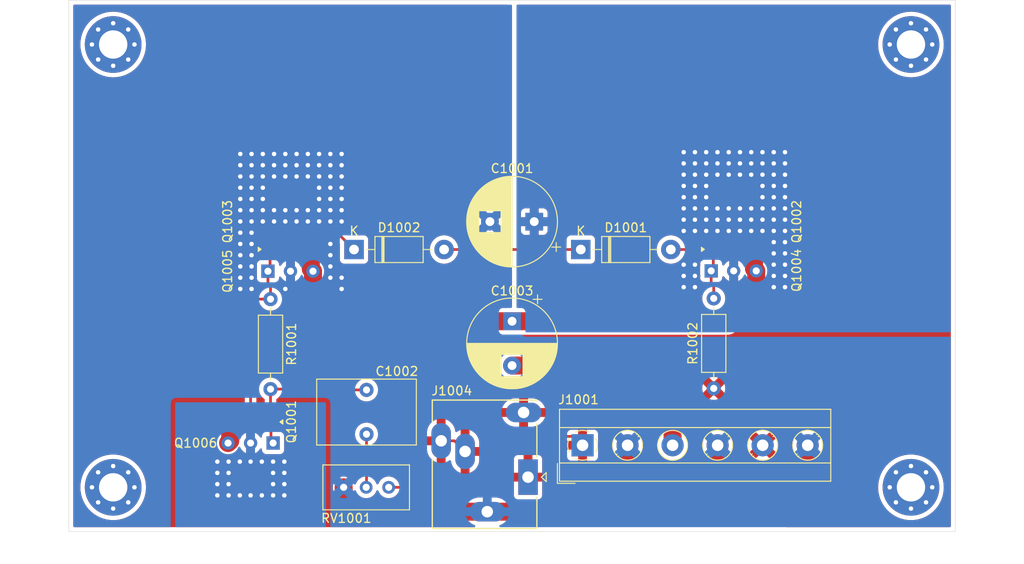
<source format=kicad_pcb>
(kicad_pcb (version 20240108) (generator "pcbnew") (generator_version "8.0")
  (title_block (title "FSD-Amp") (date "2024-05-24") (rev "1.0.0"))
  (layers (0 "F.Cu" mixed) (31 "B.Cu" mixed) (34 "B.Paste" user) (35 "F.Paste" user) (36 "B.SilkS" user "B.Silkscreen") (37 "F.SilkS" user "F.Silkscreen") (38 "B.Mask" user) (39 "F.Mask" user) (44 "Edge.Cuts" user))
  (net 0 "")
  (net 1 "+9V")
  (net 2 "GND")
  (net 3 "Net-(Q1001-B)")
  (net 4 "Net-(C1002-Pad1)")
  (net 5 "Net-(Q1002-E)")
  (net 6 "/amp_out")
  (net 7 "Net-(D1001-K)")
  (net 8 "Net-(D1001-A)")
  (net 9 "Net-(D1002-K)")
  (net 10 "/amp_in")
  (footprint "fp:CP_Radial_D10.0mm_P5.00mm" (layer "F.Cu") (at 150 86.25 -90)
    (property "Reference" "C1003" (at -3.432323 0 180) (layer "F.SilkS"))
    (property "Value" "470u")
    (pad "1" thru_hole rect (at 0 0 270) (size 2 2) (drill 1) (layers "*.Cu" "*.Mask") (net 5 "Net-(Q1002-E)"))
    (pad "2" thru_hole circle (at 5 0 270) (size 2 2) (drill 1) (layers "*.Cu" "*.Mask") (net 6 "/amp_out"))
  )
  (footprint "fp:Potentiometer_Bourns_3296W_Vertical" (layer "F.Cu") (at 136.08 105)
    (property "Reference" "RV1001" (at -4.78 3.5 180) (layer "F.SilkS"))
    (property "Value" "20k")
    (pad "1" thru_hole circle (at 0 0) (size 1.44 1.44) (drill 0.8) (layers "*.Cu" "*.Mask") (net 10 "/amp_in"))
    (pad "2" thru_hole circle (at -2.54 0) (size 1.44 1.44) (drill 0.8) (layers "*.Cu" "*.Mask") (net 4 "Net-(C1002-Pad1)"))
    (pad "3" thru_hole circle (at -5.08 0) (size 1.44 1.44) (drill 0.8) (layers "*.Cu" "*.Mask") (net 2 "GND"))
  )
  (footprint "fp:C_Rect_L7.2mm_W11.0mm_P5.00mm_FKS2_FKP2_MKS2_MKP2" (layer "F.Cu") (at 133.58 99 90)
    (property "Reference" "C1002" (at 7.1 3.42 0) (layer "F.SilkS"))
    (property "Value" "10u")
    (pad "1" thru_hole circle (at 0 0 90) (size 1.6 1.6) (drill 0.8) (layers "*.Cu" "*.Mask") (net 4 "Net-(C1002-Pad1)"))
    (pad "2" thru_hole circle (at 5 0 90) (size 1.6 1.6) (drill 0.8) (layers "*.Cu" "*.Mask") (net 3 "Net-(Q1001-B)"))
  )
  (footprint "fp:CP_Radial_D10.0mm_P5.00mm" (layer "F.Cu") (at 152.5 75 180)
    (property "Reference" "C1001" (at 2.5 6 180) (layer "F.SilkS"))
    (property "Value" "470u")
    (pad "1" thru_hole rect (at 0 0 180) (size 2 2) (drill 1) (layers "*.Cu" "*.Mask") (net 1 "+9V"))
    (pad "2" thru_hole circle (at 5 0 180) (size 2 2) (drill 1) (layers "*.Cu" "*.Mask") (net 2 "GND"))
  )
  (footprint "fp:MountingHole_3.2mm_M3_Pad_Via" (layer "F.Cu") (at 105 55)
    (property "Reference" "REF**" (hide yes))
    (property "Value" "MountingHole_3.2mm_M3_Pad_Via")
    (pad "1" thru_hole circle (at -2.4 0) (size 1.2 1.2) (drill 0.5) (layers "*.Cu" "*.Mask"))
    (pad "1" thru_hole circle (at -1.697056 -1.697056) (size 1.2 1.2) (drill 0.5) (layers "*.Cu" "*.Mask"))
    (pad "1" thru_hole circle (at -1.697056 1.697056) (size 1.2 1.2) (drill 0.5) (layers "*.Cu" "*.Mask"))
    (pad "1" thru_hole circle (at 0 -2.4) (size 1.2 1.2) (drill 0.5) (layers "*.Cu" "*.Mask"))
    (pad "1" thru_hole circle (at 0 0) (size 6.4 6.4) (drill 3.2) (layers "*.Cu" "*.Mask"))
    (pad "1" thru_hole circle (at 0 2.4) (size 1.2 1.2) (drill 0.5) (layers "*.Cu" "*.Mask"))
    (pad "1" thru_hole circle (at 1.697056 -1.697056) (size 1.2 1.2) (drill 0.5) (layers "*.Cu" "*.Mask"))
    (pad "1" thru_hole circle (at 1.697056 1.697056) (size 1.2 1.2) (drill 0.5) (layers "*.Cu" "*.Mask"))
    (pad "1" thru_hole circle (at 2.4 0) (size 1.2 1.2) (drill 0.5) (layers "*.Cu" "*.Mask"))
  )
  (footprint "fp:R_Axial_DIN0207_L6.3mm_D2.5mm_P10.16mm_Horizontal" (layer "F.Cu") (at 172.75 93.83 90)
    (property "Reference" "R1002" (at 5.08 -2.37 -90) (layer "F.SilkS"))
    (property "Value" "150")
    (pad "1" thru_hole circle (at 0 0 90) (size 1.6 1.6) (drill 0.8) (layers "*.Cu" "*.Mask") (net 1 "+9V"))
    (pad "2" thru_hole oval (at 10.16 0 90) (size 1.6 1.6) (drill 0.8) (layers "*.Cu" "*.Mask") (net 8 "Net-(D1001-A)"))
  )
  (footprint "fp:MountingHole_3.2mm_M3_Pad_Via" (layer "F.Cu") (at 195 55)
    (property "Reference" "REF**" (hide yes))
    (property "Value" "MountingHole_3.2mm_M3_Pad_Via")
    (pad "1" thru_hole circle (at -2.4 0) (size 1.2 1.2) (drill 0.5) (layers "*.Cu" "*.Mask"))
    (pad "1" thru_hole circle (at -1.697056 -1.697056) (size 1.2 1.2) (drill 0.5) (layers "*.Cu" "*.Mask"))
    (pad "1" thru_hole circle (at -1.697056 1.697056) (size 1.2 1.2) (drill 0.5) (layers "*.Cu" "*.Mask"))
    (pad "1" thru_hole circle (at 0 -2.4) (size 1.2 1.2) (drill 0.5) (layers "*.Cu" "*.Mask"))
    (pad "1" thru_hole circle (at 0 0) (size 6.4 6.4) (drill 3.2) (layers "*.Cu" "*.Mask"))
    (pad "1" thru_hole circle (at 0 2.4) (size 1.2 1.2) (drill 0.5) (layers "*.Cu" "*.Mask"))
    (pad "1" thru_hole circle (at 1.697056 -1.697056) (size 1.2 1.2) (drill 0.5) (layers "*.Cu" "*.Mask"))
    (pad "1" thru_hole circle (at 1.697056 1.697056) (size 1.2 1.2) (drill 0.5) (layers "*.Cu" "*.Mask"))
    (pad "1" thru_hole circle (at 2.4 0) (size 1.2 1.2) (drill 0.5) (layers "*.Cu" "*.Mask"))
  )
  (footprint "fp:R_Axial_DIN0207_L6.3mm_D2.5mm_P10.16mm_Horizontal" (layer "F.Cu") (at 122.75 83.75 -90)
    (property "Reference" "R1001" (at 5.08 -2.37 90) (layer "F.SilkS"))
    (property "Value" "47k")
    (pad "1" thru_hole circle (at 0 0 270) (size 1.6 1.6) (drill 0.8) (layers "*.Cu" "*.Mask") (net 9 "Net-(D1002-K)"))
    (pad "2" thru_hole oval (at 10.16 0 270) (size 1.6 1.6) (drill 0.8) (layers "*.Cu" "*.Mask") (net 3 "Net-(Q1001-B)"))
  )
  (footprint "fp:MountingHole_3.2mm_M3_Pad_Via" (layer "F.Cu") (at 195 105)
    (property "Reference" "REF**" (hide yes))
    (property "Value" "MountingHole_3.2mm_M3_Pad_Via")
    (pad "1" thru_hole circle (at -2.4 0) (size 1.2 1.2) (drill 0.5) (layers "*.Cu" "*.Mask"))
    (pad "1" thru_hole circle (at -1.697056 -1.697056) (size 1.2 1.2) (drill 0.5) (layers "*.Cu" "*.Mask"))
    (pad "1" thru_hole circle (at -1.697056 1.697056) (size 1.2 1.2) (drill 0.5) (layers "*.Cu" "*.Mask"))
    (pad "1" thru_hole circle (at 0 -2.4) (size 1.2 1.2) (drill 0.5) (layers "*.Cu" "*.Mask"))
    (pad "1" thru_hole circle (at 0 0) (size 6.4 6.4) (drill 3.2) (layers "*.Cu" "*.Mask"))
    (pad "1" thru_hole circle (at 0 2.4) (size 1.2 1.2) (drill 0.5) (layers "*.Cu" "*.Mask"))
    (pad "1" thru_hole circle (at 1.697056 -1.697056) (size 1.2 1.2) (drill 0.5) (layers "*.Cu" "*.Mask"))
    (pad "1" thru_hole circle (at 1.697056 1.697056) (size 1.2 1.2) (drill 0.5) (layers "*.Cu" "*.Mask"))
    (pad "1" thru_hole circle (at 2.4 0) (size 1.2 1.2) (drill 0.5) (layers "*.Cu" "*.Mask"))
  )
  (footprint "fp:Jack_3.5mm_Ledino_KB3SPRS_Horizontal" (layer "F.Cu") (at 151.8 103.85 90)
    (property "Reference" "J1004" (at 9.75 -8.6 0) (layer "F.SilkS"))
    (property "Value" "AudioJack2_Ground_Switch")
    (pad "G" thru_hole oval (at -3.9 -4.6 90) (size 2.2 4) (drill 1.3) (layers "*.Cu" "*.Mask") (net 2 "GND"))
    (pad "S" thru_hole oval (at 4.1 -9.8 90) (size 4 2.2) (drill 1.3) (layers "*.Cu" "*.Mask") (net 10 "/amp_in"))
    (pad "SN" thru_hole oval (at 2.9 -7.1 90) (size 4 2.2) (drill 1.3) (layers "*.Cu" "*.Mask") (net 10 "/amp_in"))
    (pad "T" thru_hole rect (at 0 0 90) (size 4 2.2) (drill 1.3) (layers "*.Cu" "*.Mask") (net 10 "/amp_in"))
    (pad "TN" thru_hole oval (at 7.3 -0.5 180) (size 4 2.2) (drill 1.3) (layers "*.Cu" "*.Mask") (net 10 "/amp_in"))
  )
  (footprint "fp:TO-92_Inline_Wide_NOcourtyard" (layer "F.Cu") (at 123.04 100 180)
    (property "Reference" "Q1006" (at 8.74 0 0) (layer "F.SilkS"))
    (property "Value" "Q_NPN_BCE")
    (pad "1" thru_hole rect (at 0 0 180) (size 1.5 1.5) (drill 0.8) (layers "*.Cu" "*.Mask") (net 3 "Net-(Q1001-B)"))
    (pad "2" thru_hole circle (at 2.54 0 180) (size 1.5 1.5) (drill 0.8) (layers "*.Cu" "*.Mask") (net 9 "Net-(D1002-K)"))
    (pad "3" thru_hole circle (at 5.08 0 180) (size 1.5 1.5) (drill 0.8) (layers "*.Cu" "*.Mask") (net 2 "GND"))
  )
  (footprint "fp:MountingHole_3.2mm_M3_Pad_Via" (layer "F.Cu") (at 105 105)
    (property "Reference" "REF**" (hide yes))
    (property "Value" "MountingHole_3.2mm_M3_Pad_Via")
    (pad "1" thru_hole circle (at -2.4 0) (size 1.2 1.2) (drill 0.5) (layers "*.Cu" "*.Mask"))
    (pad "1" thru_hole circle (at -1.697056 -1.697056) (size 1.2 1.2) (drill 0.5) (layers "*.Cu" "*.Mask"))
    (pad "1" thru_hole circle (at -1.697056 1.697056) (size 1.2 1.2) (drill 0.5) (layers "*.Cu" "*.Mask"))
    (pad "1" thru_hole circle (at 0 -2.4) (size 1.2 1.2) (drill 0.5) (layers "*.Cu" "*.Mask"))
    (pad "1" thru_hole circle (at 0 0) (size 6.4 6.4) (drill 3.2) (layers "*.Cu" "*.Mask"))
    (pad "1" thru_hole circle (at 0 2.4) (size 1.2 1.2) (drill 0.5) (layers "*.Cu" "*.Mask"))
    (pad "1" thru_hole circle (at 1.697056 -1.697056) (size 1.2 1.2) (drill 0.5) (layers "*.Cu" "*.Mask"))
    (pad "1" thru_hole circle (at 1.697056 1.697056) (size 1.2 1.2) (drill 0.5) (layers "*.Cu" "*.Mask"))
    (pad "1" thru_hole circle (at 2.4 0) (size 1.2 1.2) (drill 0.5) (layers "*.Cu" "*.Mask"))
  )
  (footprint "fp:SOT-223-3_TabPin2" (layer "F.Cu") (at 120.5 100.75 -90)
    (property "Reference" "Q1001" (at -3.15 -4.6 -90) (layer "F.SilkS"))
    (property "Value" "FZT 653 ZET")
    (pad "1" smd roundrect (at -3.15 -2.3 270) (size 2 1.5) (layers "F.Cu" "F.Paste" "F.Mask") (net 3 "Net-(Q1001-B)"))
    (pad "2" smd roundrect (at -3.15 0 270) (size 2 1.5) (layers "F.Cu" "F.Paste" "F.Mask") (net 9 "Net-(D1002-K)"))
    (pad "2" smd roundrect (at 3.15 0 270) (size 2 3.8) (layers "F.Cu" "F.Paste" "F.Mask") (net 9 "Net-(D1002-K)"))
    (pad "3" smd roundrect (at -3.15 2.3 270) (size 2 1.5) (layers "F.Cu" "F.Paste" "F.Mask") (net 2 "GND"))
  )
  (footprint "fp:TO-92_Inline_Wide_NOcourtyard" (layer "F.Cu") (at 122.46 80.6)
    (property "Reference" "Q1005" (at -4.56 0 90) (layer "F.SilkS"))
    (property "Value" "Q_PNP_BCE")
    (pad "1" thru_hole rect (at 0 0) (size 1.5 1.5) (drill 0.8) (layers "*.Cu" "*.Mask") (net 9 "Net-(D1002-K)"))
    (pad "2" thru_hole circle (at 2.54 0) (size 1.5 1.5) (drill 0.8) (layers "*.Cu" "*.Mask") (net 2 "GND"))
    (pad "3" thru_hole circle (at 5.08 0) (size 1.5 1.5) (drill 0.8) (layers "*.Cu" "*.Mask") (net 5 "Net-(Q1002-E)"))
  )
  (footprint "fp:SOT-223-3_TabPin2" (layer "F.Cu") (at 175 75 90)
    (property "Reference" "Q1002" (at 0 7.1 -90) (layer "F.SilkS"))
    (property "Value" "FZT 653 ZET")
    (pad "1" smd roundrect (at -3.15 -2.3 90) (size 2 1.5) (layers "F.Cu" "F.Paste" "F.Mask") (net 8 "Net-(D1001-A)"))
    (pad "2" smd roundrect (at -3.15 0 90) (size 2 1.5) (layers "F.Cu" "F.Paste" "F.Mask") (net 1 "+9V"))
    (pad "2" smd roundrect (at 3.15 0 90) (size 2 3.8) (layers "F.Cu" "F.Paste" "F.Mask") (net 1 "+9V"))
    (pad "3" smd roundrect (at -3.15 2.3 90) (size 2 1.5) (layers "F.Cu" "F.Paste" "F.Mask") (net 5 "Net-(Q1002-E)"))
  )
  (footprint "fp:SOT-223-3_TabPin2" (layer "F.Cu") (at 125 75 90)
    (property "Reference" "Q1003" (at 0 -7.1 -90) (layer "F.SilkS"))
    (property "Value" "FZT 753 ZET")
    (pad "1" smd roundrect (at -3.15 -2.3 90) (size 2 1.5) (layers "F.Cu" "F.Paste" "F.Mask") (net 9 "Net-(D1002-K)"))
    (pad "2" smd roundrect (at -3.15 0 90) (size 2 1.5) (layers "F.Cu" "F.Paste" "F.Mask") (net 2 "GND"))
    (pad "2" smd roundrect (at 3.15 0 90) (size 2 3.8) (layers "F.Cu" "F.Paste" "F.Mask") (net 2 "GND"))
    (pad "3" smd roundrect (at -3.15 2.3 90) (size 2 1.5) (layers "F.Cu" "F.Paste" "F.Mask") (net 5 "Net-(Q1002-E)"))
  )
  (footprint "fp:D_DO-41_SOD81_P10.16mm_Horizontal" (layer "F.Cu") (at 132.17 78.15)
    (property "Reference" "D1002" (at 5.08 -2.47 0) (layer "F.SilkS"))
    (property "Value" "1N4001")
    (fp_text user "K" (at 0 -2.1 0) (layer "F.SilkS"))
    (pad "1" thru_hole rect (at 0 0) (size 2.2 2.2) (drill 1.1) (layers "*.Cu" "*.Mask") (net 9 "Net-(D1002-K)"))
    (pad "2" thru_hole oval (at 10.16 0) (size 2.2 2.2) (drill 1.1) (layers "*.Cu" "*.Mask") (net 7 "Net-(D1001-K)"))
  )
  (footprint "fp:TerminalBlock_MetzConnect_Type101_RT01606HBWC_1x06_P5.08mm_Horizontal" (layer "F.Cu") (at 157.95 100.25)
    (property "Reference" "J1001" (at -0.45 -5.15 180) (layer "F.SilkS"))
    (property "Value" "Screw_Terminal_01x06")
    (pad "1" thru_hole rect (at 0 0) (size 2.5 2.5) (drill 1.3) (layers "*.Cu" "*.Mask") (net 10 "/amp_in"))
    (pad "2" thru_hole circle (at 5.08 0) (size 2.5 2.5) (drill 1.3) (layers "*.Cu" "*.Mask") (net 2 "GND"))
    (pad "3" thru_hole circle (at 10.16 0) (size 2.5 2.5) (drill 1.3) (layers "*.Cu" "*.Mask") (net 6 "/amp_out"))
    (pad "4" thru_hole circle (at 15.24 0) (size 2.5 2.5) (drill 1.3) (layers "*.Cu" "*.Mask") (net 2 "GND"))
    (pad "5" thru_hole circle (at 20.32 0) (size 2.5 2.5) (drill 1.3) (layers "*.Cu" "*.Mask") (net 1 "+9V"))
    (pad "6" thru_hole circle (at 25.4 0) (size 2.5 2.5) (drill 1.3) (layers "*.Cu" "*.Mask") (net 2 "GND"))
  )
  (footprint "fp:D_DO-41_SOD81_P10.16mm_Horizontal" (layer "F.Cu") (at 157.75 78.15)
    (property "Reference" "D1001" (at 5.08 -2.47 0) (layer "F.SilkS"))
    (property "Value" "1N4001")
    (fp_text user "K" (at 0 -2.1 0) (layer "F.SilkS"))
    (pad "1" thru_hole rect (at 0 0) (size 2.2 2.2) (drill 1.1) (layers "*.Cu" "*.Mask") (net 7 "Net-(D1001-K)"))
    (pad "2" thru_hole oval (at 10.16 0) (size 2.2 2.2) (drill 1.1) (layers "*.Cu" "*.Mask") (net 8 "Net-(D1001-A)"))
  )
  (footprint "fp:TO-92_Inline_Wide_NOcourtyard" (layer "F.Cu") (at 172.46 80.56)
    (property "Reference" "Q1004" (at 9.64 -0.06 90) (layer "F.SilkS"))
    (property "Value" "Q_NPN_BCE")
    (pad "1" thru_hole rect (at 0 0) (size 1.5 1.5) (drill 0.8) (layers "*.Cu" "*.Mask") (net 8 "Net-(D1001-A)"))
    (pad "2" thru_hole circle (at 2.54 0) (size 1.5 1.5) (drill 0.8) (layers "*.Cu" "*.Mask") (net 1 "+9V"))
    (pad "3" thru_hole circle (at 5.08 0) (size 1.5 1.5) (drill 0.8) (layers "*.Cu" "*.Mask") (net 5 "Net-(Q1002-E)"))
  )
  (gr_rect (start 100 50) (end 200 110) (stroke (width 0.05)) (fill none) (layer "Edge.Cuts"))
  (via (at 170.63 76.05) (size 1.2) (drill 0.5) (layers "F.Cu" "B.Cu") (net 1))
  (via (at 178.25 69.7) (size 1.2) (drill 0.5) (layers "F.Cu" "B.Cu") (net 1))
  (via (at 170.63 82.4) (size 1.2) (drill 0.5) (layers "F.Cu" "B.Cu") (net 1))
  (via (at 180.79 79.86) (size 1.2) (drill 0.5) (layers "F.Cu" "B.Cu") (net 1))
  (via (at 171.9 70.97) (size 1.2) (drill 0.5) (layers "F.Cu" "B.Cu") (net 1))
  (via (at 170.63 81.13) (size 1.2) (drill 0.5) (layers "F.Cu" "B.Cu") (net 1))
  (via (at 180.79 81.13) (size 1.2) (drill 0.5) (layers "F.Cu" "B.Cu") (net 1))
  (via (at 180.79 82.4) (size 1.2) (drill 0.5) (layers "F.Cu" "B.Cu") (net 1))
  (via (at 173.17 76.05) (size 1.2) (drill 0.5) (layers "F.Cu" "B.Cu") (net 1))
  (via (at 171.9 69.7) (size 1.2) (drill 0.5) (layers "F.Cu" "B.Cu") (net 1))
  (via (at 170.63 67.16) (size 1.2) (drill 0.5) (layers "F.Cu" "B.Cu") (net 1))
  (via (at 180.79 72.24) (size 1.2) (drill 0.5) (layers "F.Cu" "B.Cu") (net 1))
  (via (at 174.44 69.7) (size 1.2) (drill 0.5) (layers "F.Cu" "B.Cu") (net 1))
  (via (at 178.25 74.78) (size 1.2) (drill 0.5) (layers "F.Cu" "B.Cu") (net 1))
  (via (at 180.79 70.97) (size 1.2) (drill 0.5) (layers "F.Cu" "B.Cu") (net 1))
  (via (at 173.17 69.7) (size 1.2) (drill 0.5) (layers "F.Cu" "B.Cu") (net 1))
  (via (at 169.36 74.78) (size 1.2) (drill 0.5) (layers "F.Cu" "B.Cu") (net 1))
  (via (at 171.9 68.43) (size 1.2) (drill 0.5) (layers "F.Cu" "B.Cu") (net 1))
  (via (at 169.36 68.43) (size 1.2) (drill 0.5) (layers "F.Cu" "B.Cu") (net 1))
  (via (at 176.98 67.16) (size 1.2) (drill 0.5) (layers "F.Cu" "B.Cu") (net 1))
  (via (at 169.36 73.51) (size 1.2) (drill 0.5) (layers "F.Cu" "B.Cu") (net 1))
  (via (at 175.71 67.16) (size 1.2) (drill 0.5) (layers "F.Cu" "B.Cu") (net 1))
  (via (at 175.71 68.43) (size 1.2) (drill 0.5) (layers "F.Cu" "B.Cu") (net 1))
  (via (at 174.44 68.43) (size 1.2) (drill 0.5) (layers "F.Cu" "B.Cu") (net 1))
  (via (at 171.9 74.78) (size 1.2) (drill 0.5) (layers "F.Cu" "B.Cu") (net 1))
  (via (at 170.63 68.43) (size 1.2) (drill 0.5) (layers "F.Cu" "B.Cu") (net 1))
  (via (at 169.36 72.24) (size 1.2) (drill 0.5) (layers "F.Cu" "B.Cu") (net 1))
  (via (at 174.44 74.78) (size 1.2) (drill 0.5) (layers "F.Cu" "B.Cu") (net 1))
  (via (at 171.9 72.24) (size 1.2) (drill 0.5) (layers "F.Cu" "B.Cu") (net 1))
  (via (at 173.17 74.78) (size 1.2) (drill 0.5) (layers "F.Cu" "B.Cu") (net 1))
  (via (at 175.71 69.7) (size 1.2) (drill 0.5) (layers "F.Cu" "B.Cu") (net 1))
  (via (at 170.63 79.86) (size 1.2) (drill 0.5) (layers "F.Cu" "B.Cu") (net 1))
  (via (at 179.52 82.4) (size 1.2) (drill 0.5) (layers "F.Cu" "B.Cu") (net 1))
  (via (at 180.79 76.05) (size 1.2) (drill 0.5) (layers "F.Cu" "B.Cu") (net 1))
  (via (at 179.52 73.51) (size 1.2) (drill 0.5) (layers "F.Cu" "B.Cu") (net 1))
  (via (at 169.36 76.05) (size 1.2) (drill 0.5) (layers "F.Cu" "B.Cu") (net 1))
  (via (at 173.17 67.16) (size 1.2) (drill 0.5) (layers "F.Cu" "B.Cu") (net 1))
  (via (at 170.63 74.78) (size 1.2) (drill 0.5) (layers "F.Cu" "B.Cu") (net 1))
  (via (at 179.52 76.05) (size 1.2) (drill 0.5) (layers "F.Cu" "B.Cu") (net 1))
  (via (at 174.44 67.16) (size 1.2) (drill 0.5) (layers "F.Cu" "B.Cu") (net 1))
  (via (at 178.25 72.24) (size 1.2) (drill 0.5) (layers "F.Cu" "B.Cu") (net 1))
  (via (at 175.71 76.05) (size 1.2) (drill 0.5) (layers "F.Cu" "B.Cu") (net 1))
  (via (at 180.79 68.43) (size 1.2) (drill 0.5) (layers "F.Cu" "B.Cu") (net 1))
  (via (at 179.52 77.32) (size 1.2) (drill 0.5) (layers "F.Cu" "B.Cu") (net 1))
  (via (at 180.79 67.16) (size 1.2) (drill 0.5) (layers "F.Cu" "B.Cu") (net 1))
  (via (at 179.52 68.43) (size 1.2) (drill 0.5) (layers "F.Cu" "B.Cu") (net 1))
  (via (at 180.79 77.32) (size 1.2) (drill 0.5) (layers "F.Cu" "B.Cu") (net 1))
  (via (at 174.44 73.51) (size 1.2) (drill 0.5) (layers "F.Cu" "B.Cu") (net 1))
  (via (at 173.17 73.51) (size 1.2) (drill 0.5) (layers "F.Cu" "B.Cu") (net 1))
  (via (at 171.9 73.51) (size 1.2) (drill 0.5) (layers "F.Cu" "B.Cu") (net 1))
  (via (at 180.79 78.59) (size 1.2) (drill 0.5) (layers "F.Cu" "B.Cu") (net 1))
  (via (at 173.17 68.43) (size 1.2) (drill 0.5) (layers "F.Cu" "B.Cu") (net 1))
  (via (at 169.36 82.4) (size 1.2) (drill 0.5) (layers "F.Cu" "B.Cu") (net 1))
  (via (at 169.36 69.7) (size 1.2) (drill 0.5) (layers "F.Cu" "B.Cu") (net 1))
  (via (at 170.63 69.7) (size 1.2) (drill 0.5) (layers "F.Cu" "B.Cu") (net 1))
  (via (at 174.44 76.05) (size 1.2) (drill 0.5) (layers "F.Cu" "B.Cu") (net 1))
  (via (at 179.52 69.7) (size 1.2) (drill 0.5) (layers "F.Cu" "B.Cu") (net 1))
  (via (at 171.9 76.05) (size 1.2) (drill 0.5) (layers "F.Cu" "B.Cu") (net 1))
  (via (at 180.79 69.7) (size 1.2) (drill 0.5) (layers "F.Cu" "B.Cu") (net 1))
  (via (at 178.25 67.16) (size 1.2) (drill 0.5) (layers "F.Cu" "B.Cu") (net 1))
  (via (at 179.52 67.16) (size 1.2) (drill 0.5) (layers "F.Cu" "B.Cu") (net 1))
  (via (at 179.52 70.97) (size 1.2) (drill 0.5) (layers "F.Cu" "B.Cu") (net 1))
  (via (at 171.9 67.16) (size 1.2) (drill 0.5) (layers "F.Cu" "B.Cu") (net 1))
  (via (at 175.71 74.78) (size 1.2) (drill 0.5) (layers "F.Cu" "B.Cu") (net 1))
  (via (at 176.98 74.78) (size 1.2) (drill 0.5) (layers "F.Cu" "B.Cu") (net 1))
  (via (at 178.25 68.43) (size 1.2) (drill 0.5) (layers "F.Cu" "B.Cu") (net 1))
  (via (at 170.63 73.51) (size 1.2) (drill 0.5) (layers "F.Cu" "B.Cu") (net 1))
  (via (at 169.36 70.97) (size 1.2) (drill 0.5) (layers "F.Cu" "B.Cu") (net 1))
  (via (at 179.52 79.86) (size 1.2) (drill 0.5) (layers "F.Cu" "B.Cu") (net 1))
  (via (at 176.98 68.43) (size 1.2) (drill 0.5) (layers "F.Cu" "B.Cu") (net 1))
  (via (at 176.98 69.7) (size 1.2) (drill 0.5) (layers "F.Cu" "B.Cu") (net 1))
  (via (at 176.98 73.51) (size 1.2) (drill 0.5) (layers "F.Cu" "B.Cu") (net 1))
  (via (at 175.71 73.51) (size 1.2) (drill 0.5) (layers "F.Cu" "B.Cu") (net 1))
  (via (at 169.36 79.86) (size 1.2) (drill 0.5) (layers "F.Cu" "B.Cu") (net 1))
  (via (at 179.52 81.13) (size 1.2) (drill 0.5) (layers "F.Cu" "B.Cu") (net 1))
  (via (at 179.52 78.59) (size 1.2) (drill 0.5) (layers "F.Cu" "B.Cu") (net 1))
  (via (at 178.25 73.51) (size 1.2) (drill 0.5) (layers "F.Cu" "B.Cu") (net 1))
  (via (at 178.25 70.97) (size 1.2) (drill 0.5) (layers "F.Cu" "B.Cu") (net 1))
  (via (at 176.98 76.05) (size 1.2) (drill 0.5) (layers "F.Cu" "B.Cu") (net 1))
  (via (at 170.63 72.24) (size 1.2) (drill 0.5) (layers "F.Cu" "B.Cu") (net 1))
  (via (at 180.79 74.78) (size 1.2) (drill 0.5) (layers "F.Cu" "B.Cu") (net 1))
  (via (at 179.52 72.24) (size 1.2) (drill 0.5) (layers "F.Cu" "B.Cu") (net 1))
  (via (at 178.25 76.05) (size 1.2) (drill 0.5) (layers "F.Cu" "B.Cu") (net 1))
  (via (at 180.79 73.51) (size 1.2) (drill 0.5) (layers "F.Cu" "B.Cu") (net 1))
  (via (at 169.36 67.16) (size 1.2) (drill 0.5) (layers "F.Cu" "B.Cu") (net 1))
  (via (at 169.36 81.13) (size 1.2) (drill 0.5) (layers "F.Cu" "B.Cu") (net 1))
  (via (at 179.52 74.78) (size 1.2) (drill 0.5) (layers "F.Cu" "B.Cu") (net 1))
  (via (at 170.63 70.97) (size 1.2) (drill 0.5) (layers "F.Cu" "B.Cu") (net 1))
  (segment (start 118.2 97.6) (end 118.2 99.76) (width 2.032) (layer "F.Cu") (net 2))
  (segment (start 183.35 105.15) (end 180.75 107.75) (width 2.032) (layer "F.Cu") (net 2))
  (segment (start 131 105) (end 131 106.018233) (width 2.032) (layer "F.Cu") (net 2))
  (segment (start 173.19 100.25) (end 173.19 107.69) (width 2.032) (layer "F.Cu") (net 2))
  (segment (start 163.25 107.75) (end 147.2 107.75) (width 2.032) (layer "F.Cu") (net 2))
  (segment (start 173.25 107.75) (end 163.25 107.75) (width 2.032) (layer "F.Cu") (net 2))
  (segment (start 163.03 100.25) (end 163.03 107.53) (width 2.032) (layer "F.Cu") (net 2))
  (segment (start 183.35 100.25) (end 183.35 105.15) (width 2.032) (layer "F.Cu") (net 2))
  (segment (start 180.75 107.75) (end 173.25 107.75) (width 2.032) (layer "F.Cu") (net 2))
  (segment (start 131 106.018233) (end 132.731767 107.75) (width 2.032) (layer "F.Cu") (net 2))
  (segment (start 118.2 99.76) (end 117.96 100) (width 2.032) (layer "F.Cu") (net 2))
  (segment (start 173.19 107.69) (end 173.25 107.75) (width 2.032) (layer "F.Cu") (net 2))
  (segment (start 163.03 107.53) (end 163.25 107.75) (width 2.032) (layer "F.Cu") (net 2))
  (segment (start 132.731767 107.75) (end 147.2 107.75) (width 2.032) (layer "F.Cu") (net 2))
  (via (at 124.42 68.63) (size 1.2) (drill 0.5) (layers "F.Cu" "B.Cu") (net 2))
  (via (at 121.88 73.71) (size 1.2) (drill 0.5) (layers "F.Cu" "B.Cu") (net 2))
  (via (at 126.96 73.71) (size 1.2) (drill 0.5) (layers "F.Cu" "B.Cu") (net 2))
  (via (at 124.42 82.6) (size 1.2) (drill 0.5) (layers "F.Cu" "B.Cu") (net 2))
  (via (at 129.5 68.63) (size 1.2) (drill 0.5) (layers "F.Cu" "B.Cu") (net 2))
  (via (at 120.61 74.98) (size 1.2) (drill 0.5) (layers "F.Cu" "B.Cu") (net 2))
  (via (at 129.5 78.79) (size 1.2) (drill 0.5) (layers "F.Cu" "B.Cu") (net 2))
  (via (at 128.23 73.71) (size 1.2) (drill 0.5) (layers "F.Cu" "B.Cu") (net 2))
  (via (at 119.34 80.06) (size 1.2) (drill 0.5) (layers "F.Cu" "B.Cu") (net 2))
  (via (at 119.34 71.17) (size 1.2) (drill 0.5) (layers "F.Cu" "B.Cu") (net 2))
  (via (at 125.69 69.9) (size 1.2) (drill 0.5) (layers "F.Cu" "B.Cu") (net 2))
  (via (at 130.77 73.71) (size 1.2) (drill 0.5) (layers "F.Cu" "B.Cu") (net 2))
  (via (at 124.42 67.36) (size 1.2) (drill 0.5) (layers "F.Cu" "B.Cu") (net 2))
  (via (at 119.34 74.98) (size 1.2) (drill 0.5) (layers "F.Cu" "B.Cu") (net 2))
  (via (at 126.96 74.98) (size 1.2) (drill 0.5) (layers "F.Cu" "B.Cu") (net 2))
  (via (at 130.77 71.17) (size 1.2) (drill 0.5) (layers "F.Cu" "B.Cu") (net 2))
  (via (at 119.34 82.6) (size 1.2) (drill 0.5) (layers "F.Cu" "B.Cu") (net 2))
  (via (at 119.34 76.25) (size 1.2) (drill 0.5) (layers "F.Cu" "B.Cu") (net 2))
  (via (at 129.5 80.06) (size 1.2) (drill 0.5) (layers "F.Cu" "B.Cu") (net 2))
  (via (at 119.34 77.52) (size 1.2) (drill 0.5) (layers "F.Cu" "B.Cu") (net 2))
  (via (at 128.23 69.9) (size 1.2) (drill 0.5) (layers "F.Cu" "B.Cu") (net 2))
  (via (at 130.77 67.36) (size 1.2) (drill 0.5) (layers "F.Cu" "B.Cu") (net 2))
  (via (at 121.88 74.98) (size 1.2) (drill 0.5) (layers "F.Cu" "B.Cu") (net 2))
  (via (at 119.34 67.36) (size 1.2) (drill 0.5) (layers "F.Cu" "B.Cu") (net 2))
  (via (at 119.34 73.71) (size 1.2) (drill 0.5) (layers "F.Cu" "B.Cu") (net 2))
  (via (at 123.15 73.71) (size 1.2) (drill 0.5) (layers "F.Cu" "B.Cu") (net 2))
  (via (at 128.23 74.98) (size 1.2) (drill 0.5) (layers "F.Cu" "B.Cu") (net 2))
  (via (at 125.69 73.71) (size 1.2) (drill 0.5) (layers "F.Cu" "B.Cu") (net 2))
  (via (at 130.77 72.44) (size 1.2) (drill 0.5) (layers "F.Cu" "B.Cu") (net 2))
  (via (at 129.5 72.44) (size 1.2) (drill 0.5) (layers "F.Cu" "B.Cu") (net 2))
  (via (at 126.96 68.63) (size 1.2) (drill 0.5) (layers "F.Cu" "B.Cu") (net 2))
  (via (at 120.61 76.25) (size 1.2) (drill 0.5) (layers "F.Cu" "B.Cu") (net 2))
  (via (at 120.61 82.6) (size 1.2) (drill 0.5) (layers "F.Cu" "B.Cu") (net 2))
  (via (at 130.77 69.9) (size 1.2) (drill 0.5) (layers "F.Cu" "B.Cu") (net 2))
  (via (at 126.96 67.36) (size 1.2) (drill 0.5) (layers "F.Cu" "B.Cu") (net 2))
  (via (at 124.42 69.9) (size 1.2) (drill 0.5) (layers "F.Cu" "B.Cu") (net 2))
  (via (at 123.15 74.98) (size 1.2) (drill 0.5) (layers "F.Cu" "B.Cu") (net 2))
  (via (at 121.88 68.63) (size 1.2) (drill 0.5) (layers "F.Cu" "B.Cu") (net 2))
  (via (at 129.5 67.36) (size 1.2) (drill 0.5) (layers "F.Cu" "B.Cu") (net 2))
  (via (at 129.5 74.98) (size 1.2) (drill 0.5) (layers "F.Cu" "B.Cu") (net 2))
  (via (at 120.61 67.36) (size 1.2) (drill 0.5) (layers "F.Cu" "B.Cu") (net 2))
  (via (at 120.61 77.52) (size 1.2) (drill 0.5) (layers "F.Cu" "B.Cu") (net 2))
  (via (at 120.61 69.9) (size 1.2) (drill 0.5) (layers "F.Cu" "B.Cu") (net 2))
  (via (at 128.23 71.17) (size 1.2) (drill 0.5) (layers "F.Cu" "B.Cu") (net 2))
  (via (at 119.34 78.79) (size 1.2) (drill 0.5) (layers "F.Cu" "B.Cu") (net 2))
  (via (at 119.34 72.44) (size 1.2) (drill 0.5) (layers "F.Cu" "B.Cu") (net 2))
  (via (at 128.23 68.63) (size 1.2) (drill 0.5) (layers "F.Cu" "B.Cu") (net 2))
  (via (at 130.77 68.63) (size 1.2) (drill 0.5) (layers "F.Cu" "B.Cu") (net 2))
  (via (at 120.61 80.06) (size 1.2) (drill 0.5) (layers "F.Cu" "B.Cu") (net 2))
  (via (at 128.23 72.44) (size 1.2) (drill 0.5) (layers "F.Cu" "B.Cu") (net 2))
  (via (at 119.34 69.9) (size 1.2) (drill 0.5) (layers "F.Cu" "B.Cu") (net 2))
  (via (at 121.88 69.9) (size 1.2) (drill 0.5) (layers "F.Cu" "B.Cu") (net 2))
  (via (at 121.88 67.36) (size 1.2) (drill 0.5) (layers "F.Cu" "B.Cu") (net 2))
  (via (at 123.15 69.9) (size 1.2) (drill 0.5) (layers "F.Cu" "B.Cu") (net 2))
  (via (at 121.88 71.17) (size 1.2) (drill 0.5) (layers "F.Cu" "B.Cu") (net 2))
  (via (at 129.5 77.52) (size 1.2) (drill 0.5) (layers "F.Cu" "B.Cu") (net 2))
  (via (at 123.15 67.36) (size 1.2) (drill 0.5) (layers "F.Cu" "B.Cu") (net 2))
  (via (at 120.61 78.79) (size 1.2) (drill 0.5) (layers "F.Cu" "B.Cu") (net 2))
  (via (at 129.5 71.17) (size 1.2) (drill 0.5) (layers "F.Cu" "B.Cu") (net 2))
  (via (at 120.61 81.33) (size 1.2) (drill 0.5) (layers "F.Cu" "B.Cu") (net 2))
  (via (at 130.77 74.98) (size 1.2) (drill 0.5) (layers "F.Cu" "B.Cu") (net 2))
  (via (at 125.69 68.63) (size 1.2) (drill 0.5) (layers "F.Cu" "B.Cu") (net 2))
  (via (at 123.15 68.63) (size 1.2) (drill 0.5) (layers "F.Cu" "B.Cu") (net 2))
  (via (at 129.5 69.9) (size 1.2) (drill 0.5) (layers "F.Cu" "B.Cu") (net 2))
  (via (at 124.42 73.71) (size 1.2) (drill 0.5) (layers "F.Cu" "B.Cu") (net 2))
  (via (at 125.69 74.98) (size 1.2) (drill 0.5) (layers "F.Cu" "B.Cu") (net 2))
  (via (at 119.34 68.63) (size 1.2) (drill 0.5) (layers "F.Cu" "B.Cu") (net 2))
  (via (at 130.77 81.33) (size 1.2) (drill 0.5) (layers "F.Cu" "B.Cu") (net 2))
  (via (at 120.61 68.63) (size 1.2) (drill 0.5) (layers "F.Cu" "B.Cu") (net 2))
  (via (at 129.5 73.71) (size 1.2) (drill 0.5) (layers "F.Cu" "B.Cu") (net 2))
  (via (at 119.34 81.33) (size 1.2) (drill 0.5) (layers "F.Cu" "B.Cu") (net 2))
  (via (at 120.61 73.71) (size 1.2) (drill 0.5) (layers "F.Cu" "B.Cu") (net 2))
  (via (at 124.42 74.98) (size 1.2) (drill 0.5) (layers "F.Cu" "B.Cu") (net 2))
  (via (at 125.69 67.36) (size 1.2) (drill 0.5) (layers "F.Cu" "B.Cu") (net 2))
  (via (at 128.23 67.36) (size 1.2) (drill 0.5) (layers "F.Cu" "B.Cu") (net 2))
  (via (at 120.61 72.44) (size 1.2) (drill 0.5) (layers "F.Cu" "B.Cu") (net 2))
  (via (at 129.5 81.33) (size 1.2) (drill 0.5) (layers "F.Cu" "B.Cu") (net 2))
  (via (at 120.61 71.17) (size 1.2) (drill 0.5) (layers "F.Cu" "B.Cu") (net 2))
  (via (at 126.96 69.9) (size 1.2) (drill 0.5) (layers "F.Cu" "B.Cu") (net 2))
  (via (at 121.88 72.44) (size 1.2) (drill 0.5) (layers "F.Cu" "B.Cu") (net 2))
  (via (at 130.77 82.6) (size 1.2) (drill 0.5) (layers "F.Cu" "B.Cu") (net 2))
  (segment (start 122.8 97.6) (end 122.8 99.76) (width 0.3048) (layer "F.Cu") (net 3))
  (segment (start 122.8 99.76) (end 123.04 100) (width 0.3048) (layer "F.Cu") (net 3))
  (segment (start 122.75 93.91) (end 127.41 93.91) (width 0.3048) (layer "F.Cu") (net 3))
  (segment (start 127.5 94) (end 133.58 94) (width 0.3048) (layer "F.Cu") (net 3))
  (segment (start 122.8 97.6) (end 122.75 97.55) (width 0.3048) (layer "F.Cu") (net 3))
  (segment (start 127.41 93.91) (end 127.5 94) (width 0.3048) (layer "F.Cu") (net 3))
  (segment (start 122.75 97.55) (end 122.75 93.91) (width 0.3048) (layer "F.Cu") (net 3))
  (segment (start 133.58 99) (end 133.58 104.96) (width 0.3048) (layer "F.Cu") (net 4))
  (segment (start 133.58 104.96) (end 133.54 105) (width 0.3048) (layer "F.Cu") (net 4))
  (segment (start 127.54 83.04) (end 130.75 86.25) (width 2.032) (layer "F.Cu") (net 5))
  (segment (start 177.54 82.96) (end 174.25 86.25) (width 2.032) (layer "F.Cu") (net 5))
  (segment (start 127.3 78.15) (end 127.3 80.36) (width 2.032) (layer "F.Cu") (net 5))
  (segment (start 177.3 78.15) (end 177.3 80.32) (width 2.032) (layer "F.Cu") (net 5))
  (segment (start 177.54 80.56) (end 177.54 82.96) (width 2.032) (layer "F.Cu") (net 5))
  (segment (start 127.54 80.6) (end 127.54 83.04) (width 2.032) (layer "F.Cu") (net 5))
  (segment (start 174.25 86.25) (end 150 86.25) (width 2.032) (layer "F.Cu") (net 5))
  (segment (start 130.75 86.25) (end 150 86.25) (width 2.032) (layer "F.Cu") (net 5))
  (segment (start 177.3 80.32) (end 177.54 80.56) (width 2.032) (layer "F.Cu") (net 5))
  (segment (start 127.3 80.36) (end 127.54 80.6) (width 2.032) (layer "F.Cu") (net 5))
  (segment (start 168.11 94.61) (end 164.75 91.25) (width 2.032) (layer "F.Cu") (net 6))
  (segment (start 168.11 100.25) (end 168.11 94.61) (width 2.032) (layer "F.Cu") (net 6))
  (segment (start 164.75 91.25) (end 150 91.25) (width 2.032) (layer "F.Cu") (net 6))
  (segment (start 157.75 78.15) (end 142.33 78.15) (width 0.3048) (layer "F.Cu") (net 7))
  (segment (start 172.75 82.25) (end 172.46 81.96) (width 0.3048) (layer "F.Cu") (net 8))
  (segment (start 172.46 83.71) (end 172.5 83.75) (width 0.3048) (layer "F.Cu") (net 8))
  (segment (start 172.46 81.96) (end 172.46 80.56) (width 0.3048) (layer "F.Cu") (net 8))
  (segment (start 172.75 83.67) (end 172.75 82.25) (width 0.3048) (layer "F.Cu") (net 8))
  (segment (start 172.7 78.15) (end 167.91 78.15) (width 0.3048) (layer "F.Cu") (net 8))
  (segment (start 172.7 78.15) (end 172.7 80.32) (width 0.3048) (layer "F.Cu") (net 8))
  (segment (start 172.75 78.2) (end 172.7 78.15) (width 0.3048) (layer "F.Cu") (net 8))
  (segment (start 172.7 80.32) (end 172.46 80.56) (width 0.3048) (layer "F.Cu") (net 8))
  (segment (start 120.5 103.9) (end 120.5 102) (width 0.3048) (layer "F.Cu") (net 9))
  (segment (start 122.7 76.8) (end 123.25 76.25) (width 0.3048) (layer "F.Cu") (net 9))
  (segment (start 123.25 76.25) (end 130.27 76.25) (width 0.3048) (layer "F.Cu") (net 9))
  (segment (start 122.7 80.36) (end 122.46 80.6) (width 0.3048) (layer "F.Cu") (net 9))
  (segment (start 120.5 99.5) (end 120.5 97.6) (width 0.3048) (layer "F.Cu") (net 9))
  (segment (start 120.5 102) (end 120.5 100.75) (width 0.3048) (layer "F.Cu") (net 9))
  (segment (start 122.46 81.96) (end 122.75 82.25) (width 0.3048) (layer "F.Cu") (net 9))
  (segment (start 122.46 80.6) (end 122.46 81.96) (width 0.3048) (layer "F.Cu") (net 9))
  (segment (start 122.75 82.25) (end 122.75 83.75) (width 0.3048) (layer "F.Cu") (net 9))
  (segment (start 122.75 83.75) (end 121.17 83.75) (width 0.3048) (layer "F.Cu") (net 9))
  (segment (start 120.5 100.75) (end 120.5 99.5) (width 0.3048) (layer "F.Cu") (net 9))
  (segment (start 122.7 78.15) (end 122.7 80.36) (width 0.3048) (layer "F.Cu") (net 9))
  (segment (start 120.5 97.6) (end 120.5 84.42) (width 0.3048) (layer "F.Cu") (net 9))
  (segment (start 122.7 78.15) (end 122.7 76.8) (width 0.3048) (layer "F.Cu") (net 9))
  (segment (start 122.75 78.2) (end 122.7 78.15) (width 0.3048) (layer "F.Cu") (net 9))
  (segment (start 130.27 76.25) (end 132.17 78.15) (width 0.3048) (layer "F.Cu") (net 9))
  (segment (start 121.17 83.75) (end 120.5 84.42) (width 0.3048) (layer "F.Cu") (net 9))
  (via (at 118.02 105.91) (size 1.2) (drill 0.5) (layers "F.Cu" "B.Cu") (net 9))
  (via (at 121.77 102.1) (size 1.2) (drill 0.5) (layers "F.Cu" "B.Cu") (net 9))
  (via (at 118.02 102.1) (size 1.2) (drill 0.5) (layers "F.Cu" "B.Cu") (net 9))
  (via (at 120.5 102.1) (size 1.2) (drill 0.5) (layers "F.Cu" "B.Cu") (net 9))
  (via (at 124.31 104.64) (size 1.2) (drill 0.5) (layers "F.Cu" "B.Cu") (net 9))
  (via (at 124.31 102.1) (size 1.2) (drill 0.5) (layers "F.Cu" "B.Cu") (net 9))
  (via (at 120.5 105.91) (size 1.2) (drill 0.5) (layers "F.Cu" "B.Cu") (net 9))
  (via (at 116.75 103.37) (size 1.2) (drill 0.5) (layers "F.Cu" "B.Cu") (net 9))
  (via (at 123.04 103.37) (size 1.2) (drill 0.5) (layers "F.Cu" "B.Cu") (net 9))
  (via (at 121.77 105.91) (size 1.2) (drill 0.5) (layers "F.Cu" "B.Cu") (net 9))
  (via (at 119.29 105.91) (size 1.2) (drill 0.5) (layers "F.Cu" "B.Cu") (net 9))
  (via (at 116.75 104.64) (size 1.2) (drill 0.5) (layers "F.Cu" "B.Cu") (net 9))
  (via (at 116.75 102.1) (size 1.2) (drill 0.5) (layers "F.Cu" "B.Cu") (net 9))
  (via (at 124.31 103.37) (size 1.2) (drill 0.5) (layers "F.Cu" "B.Cu") (net 9))
  (via (at 118.02 104.64) (size 1.2) (drill 0.5) (layers "F.Cu" "B.Cu") (net 9))
  (via (at 119.29 102.1) (size 1.2) (drill 0.5) (layers "F.Cu" "B.Cu") (net 9))
  (via (at 116.75 105.91) (size 1.2) (drill 0.5) (layers "F.Cu" "B.Cu") (net 9))
  (via (at 124.31 105.91) (size 1.2) (drill 0.5) (layers "F.Cu" "B.Cu") (net 9))
  (via (at 123.04 104.64) (size 1.2) (drill 0.5) (layers "F.Cu" "B.Cu") (net 9))
  (via (at 123.04 102.1) (size 1.2) (drill 0.5) (layers "F.Cu" "B.Cu") (net 9))
  (via (at 123.04 105.91) (size 1.2) (drill 0.5) (layers "F.Cu" "B.Cu") (net 9))
  (via (at 118.02 103.37) (size 1.2) (drill 0.5) (layers "F.Cu" "B.Cu") (net 9))
  (segment (start 151.3 99.25) (end 151.3 96.55) (width 0.3048) (layer "F.Cu") (net 10))
  (segment (start 151.3 99.95) (end 151.3 99.55) (width 0.3048) (layer "F.Cu") (net 10))
  (segment (start 143.5 99.75) (end 144.7 100.95) (width 0.3048) (layer "F.Cu") (net 10))
  (segment (start 144.7 100.95) (end 146.55 100.95) (width 0.3048) (layer "F.Cu") (net 10))
  (segment (start 148.25 99.25) (end 151.3 99.25) (width 0.3048) (layer "F.Cu") (net 10))
  (segment (start 136.08 105) (end 141 105) (width 0.3048) (layer "F.Cu") (net 10))
  (segment (start 151.3 99.25) (end 151.3 99.95) (width 0.3048) (layer "F.Cu") (net 10))
  (segment (start 156.95 99.25) (end 151.3 99.25) (width 0.3048) (layer "F.Cu") (net 10))
  (segment (start 142 99.75) (end 143.5 99.75) (width 0.3048) (layer "F.Cu") (net 10))
  (segment (start 142 104) (end 142 99.75) (width 0.3048) (layer "F.Cu") (net 10))
  (segment (start 151.8 103.85) (end 151.8 100.45) (width 0.3048) (layer "F.Cu") (net 10))
  (segment (start 141 105) (end 142 104) (width 0.3048) (layer "F.Cu") (net 10))
  (segment (start 151.3 99.55) (end 151.3 99.25) (width 0.3048) (layer "F.Cu") (net 10))
  (segment (start 151.8 100.45) (end 151.3 99.95) (width 0.3048) (layer "F.Cu") (net 10))
  (segment (start 146.55 100.95) (end 148.25 99.25) (width 0.3048) (layer "F.Cu") (net 10))
  (segment (start 157.95 100.25) (end 156.95 99.25) (width 0.3048) (layer "F.Cu") (net 10))
  (zone (net 1) (net_name "+9V") (layer "F.Cu") (connect_pads thru_hole_only (clearance 0.5)) (min_thickness 0.25) (fill yes (thermal_gap 0.5) (thermal_bridge_width 1))
    (polygon (pts (xy 150.5 50) (xy 150.5 110) (xy 200 110) (xy 200 50)))
  )
  (zone (net 10) (net_name "/amp_in") (layer "F.Cu") (priority 3) (connect_pads thru_hole_only (clearance 0.5)) (min_thickness 0.25) (fill yes (thermal_gap 0.5) (thermal_bridge_width 1))
    (polygon (pts (xy 159.25 94.5) (xy 159.25 107.75) (xy 140 107.75) (xy 140 94.5)))
  )
  (zone (net 9) (net_name "Net-(D1002-K)") (layer "F.Cu") (priority 2) (connect_pads thru_hole_only (clearance 0.5)) (min_thickness 0.25) (fill yes (thermal_gap 0.5) (thermal_bridge_width 1) (island_removal_mode 1) (island_area_min 10))
    (polygon (pts (xy 125.75 97.95) (xy 125.75 107.1) (xy 115.25 107.1) (xy 115.25 97.95)))
  )
  (zone (net 2) (net_name "GND") (layer "F.Cu") (connect_pads thru_hole_only (clearance 0.5)) (min_thickness 0.25) (fill yes (thermal_gap 0.5) (thermal_bridge_width 1))
    (polygon (pts (xy 100 50) (xy 100 110) (xy 149.5 110) (xy 149.5 50)))
  )
  (zone (net 9) (net_name "Net-(D1002-K)") (layer "B.Cu") (priority 4) (connect_pads thru_hole_only (clearance 0.5)) (min_thickness 0.25) (fill yes (thermal_gap 0.5) (thermal_bridge_width 1) (island_removal_mode 1) (island_area_min 10))
    (polygon (pts (xy 112 110) (xy 129 110) (xy 129 95.4) (xy 112 95.4)))
  )
  (zone (net 2) (net_name "GND") (layer "B.Cu") (priority 1) (connect_pads thru_hole_only (clearance 0.5)) (min_thickness 0.25) (fill yes (thermal_gap 0.5) (thermal_bridge_width 1))
    (polygon (pts (xy 100 50) (xy 200 50) (xy 200 110) (xy 100 110)))
  )
  (zone (net 1) (net_name "+9V") (layer "B.Cu") (priority 3) (connect_pads thru_hole_only (clearance 0.5)) (min_thickness 0.25) (fill yes (thermal_gap 0.5) (thermal_bridge_width 1))
    (polygon (pts (xy 150.5 50) (xy 150.5 87.5) (xy 200 87.5) (xy 200 50)))
  )
)
</source>
